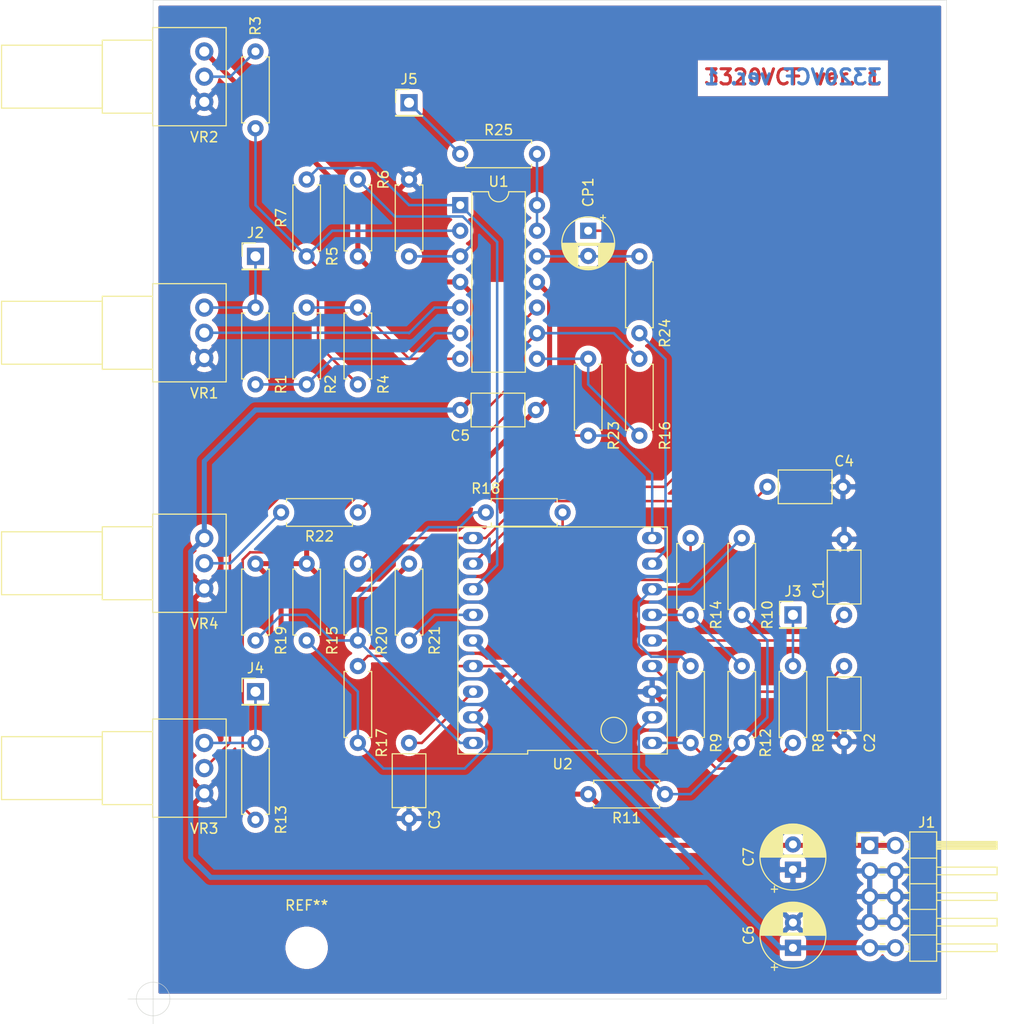
<source format=kicad_pcb>
(kicad_pcb (version 20171130) (host pcbnew "(5.1.8-0-10_14)")
  (layers (0 F.Cu signal) (31 B.Cu signal) (34 B.Paste user hide) (35 F.Paste user hide) (36 B.SilkS user hide) (37 F.SilkS user) (38 B.Mask user hide) (39 F.Mask user hide) (44 Edge.Cuts user))
  (net 0 "")
  (net 1 +12V)
  (net 2 -12V)
  (net 3 GND)
  (net 4 "Net-(C1-Pad1)")
  (net 5 "Net-(C2-Pad1)")
  (net 6 "Net-(C3-Pad1)")
  (net 7 "Net-(C4-Pad1)")
  (net 8 "Net-(CP1-Pad1)")
  (net 9 "Net-(CP1-Pad2)")
  (net 10 "Net-(J2-Pad1)")
  (net 11 "Net-(J3-Pad1)")
  (net 12 "Net-(J4-Pad1)")
  (net 13 "Net-(J5-Pad1)")
  (net 14 "Net-(R1-Pad1)")
  (net 15 "Net-(R2-Pad1)")
  (net 16 "Net-(R3-Pad1)")
  (net 17 "Net-(R3-Pad2)")
  (net 18 "Net-(R5-Pad1)")
  (net 19 "Net-(R7-Pad1)")
  (net 20 "Net-(R8-Pad1)")
  (net 21 "Net-(R10-Pad2)")
  (net 22 "Net-(R10-Pad1)")
  (net 23 "Net-(R12-Pad1)")
  (net 24 "Net-(R13-Pad1)")
  (net 25 "Net-(R14-Pad1)")
  (net 26 "Net-(R16-Pad1)")
  (net 27 "Net-(R17-Pad1)")
  (net 28 "Net-(R18-Pad1)")
  (net 29 "Net-(R21-Pad1)")
  (net 30 "Net-(R22-Pad1)")
  (net 31 "Net-(R22-Pad2)")
  (net 32 "Net-(R24-Pad2)")
  (net 33 "Net-(R25-Pad2)")
  (net 34 "Net-(U1-Pad5)")
  (net 35 "Net-(U1-Pad10)")
  (module MountingHole:MountingHole_3.2mm_M3 (layer F.Cu) (at 104.14 134.62)
    (fp_text reference REF** (at 0 -4.2) (layer F.SilkS))
    (fp_text value MountingHole_3.2mm_M3)
    (pad 1 np_thru_hole circle (at 0 0) (size 3.2 3.2) (drill 3.2) (layers *.Cu *.Mask))
  )
  (module Capacitor_THT:C_Axial_L5.1mm_D3.1mm_P7.50mm_Horizontal (layer F.Cu) (at 119.38 81.28)
    (fp_text reference C5 (at 0 2.54) (layer F.SilkS))
    (fp_text value 0.1uF)
    (pad 1 thru_hole circle (at 0 0) (size 1.6 1.6) (drill 0.8) (layers *.Cu *.Mask) (net 1 +12V))
    (pad 2 thru_hole oval (at 7.5 0) (size 1.6 1.6) (drill 0.8) (layers *.Cu *.Mask) (net 2 -12V))
  )
  (module Resistor_THT:R_Axial_DIN0207_L6.3mm_D2.5mm_P7.62mm_Horizontal (layer F.Cu) (at 104.14 58.42 270)
    (fp_text reference R7 (at 3.81 2.54 90) (layer F.SilkS))
    (fp_text value 1.5k)
    (pad 1 thru_hole circle (at 0 0 270) (size 1.6 1.6) (drill 0.8) (layers *.Cu *.Mask) (net 19 "Net-(R7-Pad1)"))
    (pad 2 thru_hole oval (at 7.62 0 270) (size 1.6 1.6) (drill 0.8) (layers *.Cu *.Mask) (net 16 "Net-(R3-Pad1)"))
  )
  (module Resistor_THT:R_Axial_DIN0207_L6.3mm_D2.5mm_P7.62mm_Horizontal (layer F.Cu) (at 114.3 104.14 90)
    (fp_text reference R21 (at 0 2.54 90) (layer F.SilkS))
    (fp_text value 1.5k)
    (pad 1 thru_hole circle (at 0 0 90) (size 1.6 1.6) (drill 0.8) (layers *.Cu *.Mask) (net 29 "Net-(R21-Pad1)"))
    (pad 2 thru_hole oval (at 7.62 0 90) (size 1.6 1.6) (drill 0.8) (layers *.Cu *.Mask) (net 2 -12V))
  )
  (module Resistor_THT:R_Axial_DIN0207_L6.3mm_D2.5mm_P7.62mm_Horizontal (layer F.Cu) (at 99.06 78.74 90)
    (fp_text reference R1 (at 0 2.54 90) (layer F.SilkS))
    (fp_text value 100k)
    (pad 2 thru_hole oval (at 7.62 0 90) (size 1.6 1.6) (drill 0.8) (layers *.Cu *.Mask) (net 10 "Net-(J2-Pad1)"))
    (pad 1 thru_hole circle (at 0 0 90) (size 1.6 1.6) (drill 0.8) (layers *.Cu *.Mask) (net 14 "Net-(R1-Pad1)"))
  )
  (module Resistor_THT:R_Axial_DIN0207_L6.3mm_D2.5mm_P7.62mm_Horizontal (layer F.Cu) (at 104.14 71.12 270)
    (fp_text reference R2 (at 7.62 -2.37 90) (layer F.SilkS))
    (fp_text value 100k)
    (pad 1 thru_hole circle (at 0 0 270) (size 1.6 1.6) (drill 0.8) (layers *.Cu *.Mask) (net 15 "Net-(R2-Pad1)"))
    (pad 2 thru_hole oval (at 7.62 0 270) (size 1.6 1.6) (drill 0.8) (layers *.Cu *.Mask) (net 14 "Net-(R1-Pad1)"))
  )
  (module Resistor_THT:R_Axial_DIN0207_L6.3mm_D2.5mm_P7.62mm_Horizontal (layer F.Cu) (at 99.06 53.34 90)
    (fp_text reference R3 (at 10.16 0 90) (layer F.SilkS))
    (fp_text value " 100k")
    (pad 1 thru_hole circle (at 0 0 90) (size 1.6 1.6) (drill 0.8) (layers *.Cu *.Mask) (net 16 "Net-(R3-Pad1)"))
    (pad 2 thru_hole oval (at 7.62 0 90) (size 1.6 1.6) (drill 0.8) (layers *.Cu *.Mask) (net 17 "Net-(R3-Pad2)"))
  )
  (module Resistor_THT:R_Axial_DIN0207_L6.3mm_D2.5mm_P7.62mm_Horizontal (layer F.Cu) (at 109.22 78.74 90)
    (fp_text reference R4 (at 0 2.54 90) (layer F.SilkS))
    (fp_text value 100k)
    (pad 2 thru_hole oval (at 7.62 0 90) (size 1.6 1.6) (drill 0.8) (layers *.Cu *.Mask) (net 15 "Net-(R2-Pad1)"))
    (pad 1 thru_hole circle (at 0 0 90) (size 1.6 1.6) (drill 0.8) (layers *.Cu *.Mask) (net 16 "Net-(R3-Pad1)"))
  )
  (module Resistor_THT:R_Axial_DIN0207_L6.3mm_D2.5mm_P7.62mm_Horizontal (layer F.Cu) (at 109.22 58.42 270)
    (fp_text reference R5 (at 7.62 2.54 90) (layer F.SilkS))
    (fp_text value 100k)
    (pad 1 thru_hole circle (at 0 0 270) (size 1.6 1.6) (drill 0.8) (layers *.Cu *.Mask) (net 18 "Net-(R5-Pad1)"))
    (pad 2 thru_hole oval (at 7.62 0 270) (size 1.6 1.6) (drill 0.8) (layers *.Cu *.Mask) (net 1 +12V))
  )
  (module Resistor_THT:R_Axial_DIN0207_L6.3mm_D2.5mm_P7.62mm_Horizontal (layer F.Cu) (at 142.24 106.68 270)
    (fp_text reference R9 (at 7.62 -2.54 90) (layer F.SilkS))
    (fp_text value 100k)
    (pad 1 thru_hole circle (at 0 0 270) (size 1.6 1.6) (drill 0.8) (layers *.Cu *.Mask) (net 21 "Net-(R10-Pad2)"))
    (pad 2 thru_hole oval (at 7.62 0 270) (size 1.6 1.6) (drill 0.8) (layers *.Cu *.Mask) (net 20 "Net-(R8-Pad1)"))
  )
  (module Resistor_THT:R_Axial_DIN0207_L6.3mm_D2.5mm_P7.62mm_Horizontal (layer F.Cu) (at 147.32 106.68 270)
    (fp_text reference R12 (at 7.62 -2.37 90) (layer F.SilkS))
    (fp_text value 100k)
    (pad 2 thru_hole oval (at 7.62 0 270) (size 1.6 1.6) (drill 0.8) (layers *.Cu *.Mask) (net 22 "Net-(R10-Pad1)"))
    (pad 1 thru_hole circle (at 0 0 270) (size 1.6 1.6) (drill 0.8) (layers *.Cu *.Mask) (net 23 "Net-(R12-Pad1)"))
  )
  (module Resistor_THT:R_Axial_DIN0207_L6.3mm_D2.5mm_P7.62mm_Horizontal (layer F.Cu) (at 99.06 121.92 90)
    (fp_text reference R13 (at 0 2.54 90) (layer F.SilkS))
    (fp_text value 100k)
    (pad 1 thru_hole circle (at 0 0 90) (size 1.6 1.6) (drill 0.8) (layers *.Cu *.Mask) (net 24 "Net-(R13-Pad1)"))
    (pad 2 thru_hole oval (at 7.62 0 90) (size 1.6 1.6) (drill 0.8) (layers *.Cu *.Mask) (net 12 "Net-(J4-Pad1)"))
  )
  (module Resistor_THT:R_Axial_DIN0207_L6.3mm_D2.5mm_P7.62mm_Horizontal (layer F.Cu) (at 137.16 83.82 90)
    (fp_text reference R16 (at 0 2.54 90) (layer F.SilkS))
    (fp_text value 100k)
    (pad 2 thru_hole oval (at 7.62 0 90) (size 1.6 1.6) (drill 0.8) (layers *.Cu *.Mask) (net 24 "Net-(R13-Pad1)"))
    (pad 1 thru_hole circle (at 0 0 90) (size 1.6 1.6) (drill 0.8) (layers *.Cu *.Mask) (net 26 "Net-(R16-Pad1)"))
  )
  (module Resistor_THT:R_Axial_DIN0207_L6.3mm_D2.5mm_P7.62mm_Horizontal (layer F.Cu) (at 109.22 106.68 270)
    (fp_text reference R17 (at 7.62 -2.37 90) (layer F.SilkS))
    (fp_text value 100k)
    (pad 1 thru_hole circle (at 0 0 270) (size 1.6 1.6) (drill 0.8) (layers *.Cu *.Mask) (net 27 "Net-(R17-Pad1)"))
    (pad 2 thru_hole oval (at 7.62 0 270) (size 1.6 1.6) (drill 0.8) (layers *.Cu *.Mask) (net 25 "Net-(R14-Pad1)"))
  )
  (module Resistor_THT:R_Axial_DIN0207_L6.3mm_D2.5mm_P7.62mm_Horizontal (layer F.Cu) (at 109.22 96.52 270)
    (fp_text reference R20 (at 7.62 -2.37 90) (layer F.SilkS))
    (fp_text value 100k)
    (pad 1 thru_hole circle (at 0 0 270) (size 1.6 1.6) (drill 0.8) (layers *.Cu *.Mask) (net 8 "Net-(CP1-Pad1)"))
    (pad 2 thru_hole oval (at 7.62 0 270) (size 1.6 1.6) (drill 0.8) (layers *.Cu *.Mask) (net 28 "Net-(R18-Pad1)"))
  )
  (module Resistor_THT:R_Axial_DIN0207_L6.3mm_D2.5mm_P7.62mm_Horizontal (layer F.Cu) (at 109.22 91.44 180)
    (fp_text reference R22 (at 3.81 -2.37) (layer F.SilkS))
    (fp_text value 100k)
    (pad 1 thru_hole circle (at 0 0 180) (size 1.6 1.6) (drill 0.8) (layers *.Cu *.Mask) (net 30 "Net-(R22-Pad1)"))
    (pad 2 thru_hole oval (at 7.62 0 180) (size 1.6 1.6) (drill 0.8) (layers *.Cu *.Mask) (net 31 "Net-(R22-Pad2)"))
  )
  (module Resistor_THT:R_Axial_DIN0207_L6.3mm_D2.5mm_P7.62mm_Horizontal (layer F.Cu) (at 132.08 83.82 90)
    (fp_text reference R23 (at 0 2.54 90) (layer F.SilkS))
    (fp_text value 100k)
    (pad 2 thru_hole oval (at 7.62 0 90) (size 1.6 1.6) (drill 0.8) (layers *.Cu *.Mask) (net 26 "Net-(R16-Pad1)"))
    (pad 1 thru_hole circle (at 0 0 90) (size 1.6 1.6) (drill 0.8) (layers *.Cu *.Mask) (net 30 "Net-(R22-Pad1)"))
  )
  (module Resistor_THT:R_Axial_DIN0207_L6.3mm_D2.5mm_P7.62mm_Horizontal (layer F.Cu) (at 114.3 58.42 270)
    (fp_text reference R6 (at 0 2.54 90) (layer F.SilkS))
    (fp_text value 1k)
    (pad 2 thru_hole oval (at 7.62 0 270) (size 1.6 1.6) (drill 0.8) (layers *.Cu *.Mask) (net 18 "Net-(R5-Pad1)"))
    (pad 1 thru_hole circle (at 0 0 270) (size 1.6 1.6) (drill 0.8) (layers *.Cu *.Mask) (net 3 GND))
  )
  (module Resistor_THT:R_Axial_DIN0207_L6.3mm_D2.5mm_P7.62mm_Horizontal (layer F.Cu) (at 119.38 55.88)
    (fp_text reference R25 (at 3.81 -2.37) (layer F.SilkS))
    (fp_text value 1k)
    (pad 1 thru_hole circle (at 0 0) (size 1.6 1.6) (drill 0.8) (layers *.Cu *.Mask) (net 13 "Net-(J5-Pad1)"))
    (pad 2 thru_hole oval (at 7.62 0) (size 1.6 1.6) (drill 0.8) (layers *.Cu *.Mask) (net 33 "Net-(R25-Pad2)"))
  )
  (module Capacitor_THT:CP_Radial_D5.0mm_P2.50mm (layer F.Cu) (at 132.08 63.5 270)
    (fp_text reference CP1 (at -3.81 0 90) (layer F.SilkS))
    (fp_text value 1uF)
    (pad 1 thru_hole rect (at 0 0 270) (size 1.6 1.6) (drill 0.8) (layers *.Cu *.Mask) (net 8 "Net-(CP1-Pad1)"))
    (pad 2 thru_hole circle (at 2.5 0 270) (size 1.6 1.6) (drill 0.8) (layers *.Cu *.Mask) (net 9 "Net-(CP1-Pad2)"))
  )
  (module Resistor_THT:R_Axial_DIN0207_L6.3mm_D2.5mm_P7.62mm_Horizontal (layer F.Cu) (at 139.7 119.38 180)
    (fp_text reference R11 (at 3.81 -2.37) (layer F.SilkS))
    (fp_text value 220k)
    (pad 2 thru_hole oval (at 7.62 0 180) (size 1.6 1.6) (drill 0.8) (layers *.Cu *.Mask) (net 2 -12V))
    (pad 1 thru_hole circle (at 0 0 180) (size 1.6 1.6) (drill 0.8) (layers *.Cu *.Mask) (net 22 "Net-(R10-Pad1)"))
  )
  (module Resistor_THT:R_Axial_DIN0207_L6.3mm_D2.5mm_P7.62mm_Horizontal (layer F.Cu) (at 104.14 104.14 90)
    (fp_text reference R15 (at 0 2.54 90) (layer F.SilkS))
    (fp_text value 220k)
    (pad 1 thru_hole circle (at 0 0 90) (size 1.6 1.6) (drill 0.8) (layers *.Cu *.Mask) (net 25 "Net-(R14-Pad1)"))
    (pad 2 thru_hole oval (at 7.62 0 90) (size 1.6 1.6) (drill 0.8) (layers *.Cu *.Mask) (net 2 -12V))
  )
  (module Resistor_THT:R_Axial_DIN0207_L6.3mm_D2.5mm_P7.62mm_Horizontal (layer F.Cu) (at 99.06 104.14 90)
    (fp_text reference R19 (at 0 2.54 90) (layer F.SilkS))
    (fp_text value 220k)
    (pad 2 thru_hole oval (at 7.62 0 90) (size 1.6 1.6) (drill 0.8) (layers *.Cu *.Mask) (net 2 -12V))
    (pad 1 thru_hole circle (at 0 0 90) (size 1.6 1.6) (drill 0.8) (layers *.Cu *.Mask) (net 28 "Net-(R18-Pad1)"))
  )
  (module Capacitor_THT:C_Axial_L5.1mm_D3.1mm_P7.50mm_Horizontal (layer F.Cu) (at 157.48 101.6 90)
    (fp_text reference C1 (at 2.54 -2.54 90) (layer F.SilkS))
    (fp_text value 300pF)
    (pad 2 thru_hole oval (at 7.5 0 90) (size 1.6 1.6) (drill 0.8) (layers *.Cu *.Mask) (net 3 GND))
    (pad 1 thru_hole circle (at 0 0 90) (size 1.6 1.6) (drill 0.8) (layers *.Cu *.Mask) (net 4 "Net-(C1-Pad1)"))
  )
  (module Capacitor_THT:C_Axial_L5.1mm_D3.1mm_P7.50mm_Horizontal (layer F.Cu) (at 157.48 106.68 270)
    (fp_text reference C2 (at 7.62 -2.54 90) (layer F.SilkS))
    (fp_text value 300pF)
    (pad 1 thru_hole circle (at 0 0 270) (size 1.6 1.6) (drill 0.8) (layers *.Cu *.Mask) (net 5 "Net-(C2-Pad1)"))
    (pad 2 thru_hole oval (at 7.5 0 270) (size 1.6 1.6) (drill 0.8) (layers *.Cu *.Mask) (net 3 GND))
  )
  (module Capacitor_THT:C_Axial_L5.1mm_D3.1mm_P7.50mm_Horizontal (layer F.Cu) (at 114.3 114.3 270)
    (fp_text reference C3 (at 7.62 -2.54 90) (layer F.SilkS))
    (fp_text value 300pF)
    (pad 2 thru_hole oval (at 7.5 0 270) (size 1.6 1.6) (drill 0.8) (layers *.Cu *.Mask) (net 3 GND))
    (pad 1 thru_hole circle (at 0 0 270) (size 1.6 1.6) (drill 0.8) (layers *.Cu *.Mask) (net 6 "Net-(C3-Pad1)"))
  )
  (module Capacitor_THT:C_Axial_L5.1mm_D3.1mm_P7.50mm_Horizontal (layer F.Cu) (at 149.86 88.9)
    (fp_text reference C4 (at 7.62 -2.54) (layer F.SilkS))
    (fp_text value 300pF)
    (pad 1 thru_hole circle (at 0 0) (size 1.6 1.6) (drill 0.8) (layers *.Cu *.Mask) (net 7 "Net-(C4-Pad1)"))
    (pad 2 thru_hole oval (at 7.5 0) (size 1.6 1.6) (drill 0.8) (layers *.Cu *.Mask) (net 3 GND))
  )
  (module Resistor_THT:R_Axial_DIN0207_L6.3mm_D2.5mm_P7.62mm_Horizontal (layer F.Cu) (at 137.16 66.04 270)
    (fp_text reference R24 (at 7.62 -2.54 90) (layer F.SilkS))
    (fp_text value 51k)
    (pad 2 thru_hole oval (at 7.62 0 270) (size 1.6 1.6) (drill 0.8) (layers *.Cu *.Mask) (net 32 "Net-(R24-Pad2)"))
    (pad 1 thru_hole circle (at 0 0 270) (size 1.6 1.6) (drill 0.8) (layers *.Cu *.Mask) (net 9 "Net-(CP1-Pad2)"))
  )
  (module Resistor_THT:R_Axial_DIN0207_L6.3mm_D2.5mm_P7.62mm_Horizontal (layer F.Cu) (at 152.4 114.3 90)
    (fp_text reference R8 (at 0 2.54 90) (layer F.SilkS))
    (fp_text value 91k)
    (pad 2 thru_hole oval (at 7.62 0 90) (size 1.6 1.6) (drill 0.8) (layers *.Cu *.Mask) (net 11 "Net-(J3-Pad1)"))
    (pad 1 thru_hole circle (at 0 0 90) (size 1.6 1.6) (drill 0.8) (layers *.Cu *.Mask) (net 20 "Net-(R8-Pad1)"))
  )
  (module Resistor_THT:R_Axial_DIN0207_L6.3mm_D2.5mm_P7.62mm_Horizontal (layer F.Cu) (at 147.32 101.6 90)
    (fp_text reference R10 (at 0 2.54 90) (layer F.SilkS))
    (fp_text value 91k)
    (pad 1 thru_hole circle (at 0 0 90) (size 1.6 1.6) (drill 0.8) (layers *.Cu *.Mask) (net 22 "Net-(R10-Pad1)"))
    (pad 2 thru_hole oval (at 7.62 0 90) (size 1.6 1.6) (drill 0.8) (layers *.Cu *.Mask) (net 21 "Net-(R10-Pad2)"))
  )
  (module Resistor_THT:R_Axial_DIN0207_L6.3mm_D2.5mm_P7.62mm_Horizontal (layer F.Cu) (at 142.24 93.98 270)
    (fp_text reference R14 (at 7.62 -2.54 90) (layer F.SilkS))
    (fp_text value 91k)
    (pad 2 thru_hole oval (at 7.62 0 270) (size 1.6 1.6) (drill 0.8) (layers *.Cu *.Mask) (net 23 "Net-(R12-Pad1)"))
    (pad 1 thru_hole circle (at 0 0 270) (size 1.6 1.6) (drill 0.8) (layers *.Cu *.Mask) (net 25 "Net-(R14-Pad1)"))
  )
  (module Resistor_THT:R_Axial_DIN0207_L6.3mm_D2.5mm_P7.62mm_Horizontal (layer F.Cu) (at 121.92 91.44)
    (fp_text reference R18 (at 0 -2.37) (layer F.SilkS))
    (fp_text value 91k)
    (pad 2 thru_hole oval (at 7.62 0) (size 1.6 1.6) (drill 0.8) (layers *.Cu *.Mask) (net 27 "Net-(R17-Pad1)"))
    (pad 1 thru_hole circle (at 0 0) (size 1.6 1.6) (drill 0.8) (layers *.Cu *.Mask) (net 28 "Net-(R18-Pad1)"))
  )
  (module Connector_PinHeader_2.54mm:PinHeader_2x05_P2.54mm_Horizontal (layer F.Cu) (at 160.02 124.46)
    (fp_text reference J1 (at 5.655 -2.27) (layer F.SilkS))
    (fp_text value Conn_02x05_Odd_Even)
    (pad 1 thru_hole rect (at 0 0) (size 1.7 1.7) (drill 1) (layers *.Cu *.Mask) (net 2 -12V))
    (pad 2 thru_hole oval (at 2.54 0) (size 1.7 1.7) (drill 1) (layers *.Cu *.Mask) (net 2 -12V))
    (pad 3 thru_hole oval (at 0 2.54) (size 1.7 1.7) (drill 1) (layers *.Cu *.Mask) (net 3 GND))
    (pad 4 thru_hole oval (at 2.54 2.54) (size 1.7 1.7) (drill 1) (layers *.Cu *.Mask) (net 3 GND))
    (pad 5 thru_hole oval (at 0 5.08) (size 1.7 1.7) (drill 1) (layers *.Cu *.Mask) (net 3 GND))
    (pad 6 thru_hole oval (at 2.54 5.08) (size 1.7 1.7) (drill 1) (layers *.Cu *.Mask) (net 3 GND))
    (pad 7 thru_hole oval (at 0 7.62) (size 1.7 1.7) (drill 1) (layers *.Cu *.Mask) (net 3 GND))
    (pad 8 thru_hole oval (at 2.54 7.62) (size 1.7 1.7) (drill 1) (layers *.Cu *.Mask) (net 3 GND))
    (pad 9 thru_hole oval (at 0 10.16) (size 1.7 1.7) (drill 1) (layers *.Cu *.Mask) (net 1 +12V))
    (pad 10 thru_hole oval (at 2.54 10.16) (size 1.7 1.7) (drill 1) (layers *.Cu *.Mask) (net 1 +12V))
  )
  (module Connector_PinHeader_2.54mm:PinHeader_1x01_P2.54mm_Vertical (layer F.Cu) (at 99.06 66.04)
    (fp_text reference J2 (at 0 -2.33) (layer F.SilkS))
    (fp_text value F_CV)
    (pad 1 thru_hole rect (at 0 0) (size 1.7 1.7) (drill 1) (layers *.Cu *.Mask) (net 10 "Net-(J2-Pad1)"))
  )
  (module Connector_PinHeader_2.54mm:PinHeader_1x01_P2.54mm_Vertical (layer F.Cu) (at 152.4 101.6)
    (fp_text reference J3 (at 0 -2.33) (layer F.SilkS))
    (fp_text value Audio_in)
    (pad 1 thru_hole rect (at 0 0) (size 1.7 1.7) (drill 1) (layers *.Cu *.Mask) (net 11 "Net-(J3-Pad1)"))
  )
  (module Connector_PinHeader_2.54mm:PinHeader_1x01_P2.54mm_Vertical (layer F.Cu) (at 99.06 109.22)
    (fp_text reference J4 (at 0 -2.33) (layer F.SilkS))
    (fp_text value Q_CV)
    (pad 1 thru_hole rect (at 0 0) (size 1.7 1.7) (drill 1) (layers *.Cu *.Mask) (net 12 "Net-(J4-Pad1)"))
  )
  (module Connector_PinHeader_2.54mm:PinHeader_1x01_P2.54mm_Vertical (layer F.Cu) (at 114.3 50.8)
    (fp_text reference J5 (at 0 -2.33) (layer F.SilkS))
    (fp_text value Audio_out)
    (pad 1 thru_hole rect (at 0 0) (size 1.7 1.7) (drill 1) (layers *.Cu *.Mask) (net 13 "Net-(J5-Pad1)"))
  )
  (module Package_DIP:DIP-14_W7.62mm (layer F.Cu) (at 119.38 60.96)
    (fp_text reference U1 (at 3.81 -2.33) (layer F.SilkS))
    (fp_text value TL074)
    (pad 1 thru_hole rect (at 0 0) (size 1.6 1.6) (drill 0.8) (layers *.Cu *.Mask) (net 19 "Net-(R7-Pad1)"))
    (pad 8 thru_hole oval (at 7.62 15.24) (size 1.6 1.6) (drill 0.8) (layers *.Cu *.Mask) (net 26 "Net-(R16-Pad1)"))
    (pad 2 thru_hole oval (at 0 2.54) (size 1.6 1.6) (drill 0.8) (layers *.Cu *.Mask) (net 16 "Net-(R3-Pad1)"))
    (pad 9 thru_hole oval (at 7.62 12.7) (size 1.6 1.6) (drill 0.8) (layers *.Cu *.Mask) (net 24 "Net-(R13-Pad1)"))
    (pad 3 thru_hole oval (at 0 5.08) (size 1.6 1.6) (drill 0.8) (layers *.Cu *.Mask) (net 18 "Net-(R5-Pad1)"))
    (pad 10 thru_hole oval (at 7.62 10.16) (size 1.6 1.6) (drill 0.8) (layers *.Cu *.Mask) (net 35 "Net-(U1-Pad10)"))
    (pad 4 thru_hole oval (at 0 7.62) (size 1.6 1.6) (drill 0.8) (layers *.Cu *.Mask) (net 1 +12V))
    (pad 11 thru_hole oval (at 7.62 7.62) (size 1.6 1.6) (drill 0.8) (layers *.Cu *.Mask) (net 2 -12V))
    (pad 5 thru_hole oval (at 0 10.16) (size 1.6 1.6) (drill 0.8) (layers *.Cu *.Mask) (net 34 "Net-(U1-Pad5)"))
    (pad 12 thru_hole oval (at 7.62 5.08) (size 1.6 1.6) (drill 0.8) (layers *.Cu *.Mask) (net 9 "Net-(CP1-Pad2)"))
    (pad 6 thru_hole oval (at 0 12.7) (size 1.6 1.6) (drill 0.8) (layers *.Cu *.Mask) (net 14 "Net-(R1-Pad1)"))
    (pad 13 thru_hole oval (at 7.62 2.54) (size 1.6 1.6) (drill 0.8) (layers *.Cu *.Mask) (net 33 "Net-(R25-Pad2)"))
    (pad 7 thru_hole oval (at 0 15.24) (size 1.6 1.6) (drill 0.8) (layers *.Cu *.Mask) (net 15 "Net-(R2-Pad1)"))
    (pad 14 thru_hole oval (at 7.62 0) (size 1.6 1.6) (drill 0.8) (layers *.Cu *.Mask) (net 33 "Net-(R25-Pad2)"))
  )
  (module 3320VCF:DIP-18_700_ELL (layer F.Cu) (at 129.54 104.14 90)
    (fp_text reference U2 (at -12.26 0) (layer F.SilkS))
    (fp_text value v3320)
    (pad 18 thru_hole oval (at -10.16 -8.89 90) (size 1.2 2) (drill 0.8) (layers *.Cu *.Mask) (net 28 "Net-(R18-Pad1)"))
    (pad 1 thru_hole oval (at -10.16 8.89 90) (size 1.2 2) (drill 0.8) (layers *.Cu *.Mask) (net 20 "Net-(R8-Pad1)"))
    (pad 17 thru_hole oval (at -7.62 -8.89 90) (size 1.2 2) (drill 0.8) (layers *.Cu *.Mask) (net 25 "Net-(R14-Pad1)"))
    (pad 2 thru_hole oval (at -7.62 8.89 90) (size 1.2 2) (drill 0.8) (layers *.Cu *.Mask) (net 22 "Net-(R10-Pad1)"))
    (pad 16 thru_hole oval (at -5.08 -8.89 90) (size 1.2 2) (drill 0.8) (layers *.Cu *.Mask) (net 6 "Net-(C3-Pad1)"))
    (pad 3 thru_hole oval (at -5.08 8.89 90) (size 1.2 2) (drill 0.8) (layers *.Cu *.Mask) (net 3 GND))
    (pad 15 thru_hole oval (at -2.54 -8.89 90) (size 1.2 2) (drill 0.8) (layers *.Cu *.Mask) (net 27 "Net-(R17-Pad1)"))
    (pad 4 thru_hole oval (at -2.54 8.89 90) (size 1.2 2) (drill 0.8) (layers *.Cu *.Mask) (net 5 "Net-(C2-Pad1)"))
    (pad 14 thru_hole oval (at 0 -8.89 90) (size 1.2 2) (drill 0.8) (layers *.Cu *.Mask) (net 1 +12V))
    (pad 5 thru_hole oval (at 0 8.89 90) (size 1.2 2) (drill 0.8) (layers *.Cu *.Mask) (net 4 "Net-(C1-Pad1)"))
    (pad 13 thru_hole oval (at 2.54 -8.89 90) (size 1.2 2) (drill 0.8) (layers *.Cu *.Mask) (net 29 "Net-(R21-Pad1)"))
    (pad 6 thru_hole oval (at 2.54 8.89 90) (size 1.2 2) (drill 0.8) (layers *.Cu *.Mask) (net 23 "Net-(R12-Pad1)"))
    (pad 12 thru_hole oval (at 5.08 -8.89 90) (size 1.2 2) (drill 0.8) (layers *.Cu *.Mask) (net 19 "Net-(R7-Pad1)"))
    (pad 7 thru_hole oval (at 5.08 8.89 90) (size 1.2 2) (drill 0.8) (layers *.Cu *.Mask) (net 21 "Net-(R10-Pad2)"))
    (pad 11 thru_hole oval (at 7.62 -8.89 90) (size 1.2 2) (drill 0.8) (layers *.Cu *.Mask) (net 7 "Net-(C4-Pad1)"))
    (pad 8 thru_hole oval (at 7.62 8.89 90) (size 1.2 2) (drill 0.8) (layers *.Cu *.Mask) (net 32 "Net-(R24-Pad2)"))
    (pad 10 thru_hole oval (at 10.16 -8.89 90) (size 1.2 2) (drill 0.8) (layers *.Cu *.Mask) (net 8 "Net-(CP1-Pad1)"))
    (pad 9 thru_hole oval (at 10.16 8.89 90) (size 1.2 2) (drill 0.8) (layers *.Cu *.Mask) (net 30 "Net-(R22-Pad1)"))
  )
  (module Potentiometer_THT:Potentiometer_Alps_RK097_Single_Horizontal (layer F.Cu) (at 93.98 71.12 180)
    (fp_text reference VR1 (at 0 -8.5) (layer F.SilkS))
    (fp_text value B100k)
    (pad 1 thru_hole circle (at 0 0 180) (size 1.8 1.8) (drill 1) (layers *.Cu *.Mask) (net 10 "Net-(J2-Pad1)"))
    (pad 2 thru_hole circle (at 0 -2.5 180) (size 1.8 1.8) (drill 1) (layers *.Cu *.Mask) (net 34 "Net-(U1-Pad5)"))
    (pad 3 thru_hole circle (at 0 -5 180) (size 1.8 1.8) (drill 1) (layers *.Cu *.Mask) (net 3 GND))
  )
  (module Potentiometer_THT:Potentiometer_Alps_RK097_Single_Horizontal (layer F.Cu) (at 93.98 45.72 180)
    (fp_text reference VR2 (at 0 -8.5) (layer F.SilkS))
    (fp_text value B10k)
    (pad 3 thru_hole circle (at 0 -5 180) (size 1.8 1.8) (drill 1) (layers *.Cu *.Mask) (net 3 GND))
    (pad 2 thru_hole circle (at 0 -2.5 180) (size 1.8 1.8) (drill 1) (layers *.Cu *.Mask) (net 17 "Net-(R3-Pad2)"))
    (pad 1 thru_hole circle (at 0 0 180) (size 1.8 1.8) (drill 1) (layers *.Cu *.Mask) (net 1 +12V))
  )
  (module Potentiometer_THT:Potentiometer_Alps_RK097_Single_Horizontal (layer F.Cu) (at 93.98 114.3 180)
    (fp_text reference VR3 (at 0 -8.5) (layer F.SilkS))
    (fp_text value B100k)
    (pad 3 thru_hole circle (at 0 -5 180) (size 1.8 1.8) (drill 1) (layers *.Cu *.Mask) (net 3 GND))
    (pad 2 thru_hole circle (at 0 -2.5 180) (size 1.8 1.8) (drill 1) (layers *.Cu *.Mask) (net 35 "Net-(U1-Pad10)"))
    (pad 1 thru_hole circle (at 0 0 180) (size 1.8 1.8) (drill 1) (layers *.Cu *.Mask) (net 12 "Net-(J4-Pad1)"))
  )
  (module Potentiometer_THT:Potentiometer_Alps_RK097_Single_Horizontal (layer F.Cu) (at 93.98 93.98 180)
    (fp_text reference VR4 (at 0 -8.5) (layer F.SilkS))
    (fp_text value B100k)
    (pad 1 thru_hole circle (at 0 0 180) (size 1.8 1.8) (drill 1) (layers *.Cu *.Mask) (net 1 +12V))
    (pad 2 thru_hole circle (at 0 -2.5 180) (size 1.8 1.8) (drill 1) (layers *.Cu *.Mask) (net 31 "Net-(R22-Pad2)"))
    (pad 3 thru_hole circle (at 0 -5 180) (size 1.8 1.8) (drill 1) (layers *.Cu *.Mask) (net 3 GND))
  )
  (module Capacitor_THT:CP_Radial_D6.3mm_P2.50mm (layer F.Cu) (at 152.4 134.62 90)
    (fp_text reference C6 (at 1.25 -4.4 90) (layer F.SilkS))
    (fp_text value 100uF)
    (pad 1 thru_hole rect (at 0 0 90) (size 1.6 1.6) (drill 0.8) (layers *.Cu *.Mask) (net 1 +12V))
    (pad 2 thru_hole circle (at 2.5 0 90) (size 1.6 1.6) (drill 0.8) (layers *.Cu *.Mask) (net 3 GND))
  )
  (module Capacitor_THT:CP_Radial_D6.3mm_P2.50mm (layer F.Cu) (at 152.4 126.869758 90)
    (fp_text reference C7 (at 1.25 -4.4 90) (layer F.SilkS))
    (fp_text value 100uF)
    (pad 2 thru_hole circle (at 2.5 0 90) (size 1.6 1.6) (drill 0.8) (layers *.Cu *.Mask) (net 2 -12V))
    (pad 1 thru_hole rect (at 0 0 90) (size 1.6 1.6) (drill 0.8) (layers *.Cu *.Mask) (net 3 GND))
  )
  (gr_text "3320VCF ver. 1" (at 152.4 48.26) (layer B.Cu) (effects (font (size 1.5 1.5) (thickness 0.3)) (justify mirror)))
  (gr_text "3320VCF ver. 1" (at 152.4 48.26) (layer F.Cu) (effects (font (size 1.5 1.5) (thickness 0.3))))
  (gr_line (start 167.64 139.7) (end 88.9 139.7) (layer Edge.Cuts) (width 0.05))
  (gr_line (start 167.64 40.64) (end 88.9 40.64) (layer Edge.Cuts) (width 0.05))
  (target plus (at 88.9 139.7) (size 5) (width 0.05) (layer Edge.Cuts))
  (gr_line (start 88.9 40.64) (end 88.9 139.7) (layer Edge.Cuts) (width 0.05))
  (gr_line (start 167.64 139.7) (end 167.64 40.64) (layer Edge.Cuts) (width 0.05))
  (segment (start 109.22 60.96) (end 109.22 66.04) (width 0.5) (layer F.Cu) (net 1))
  (segment (start 93.98 86.36) (end 93.98 93.98) (width 0.5) (layer B.Cu) (net 1))
  (segment (start 93.98 45.72) (end 104.14 55.88) (width 0.5) (layer F.Cu) (net 1))
  (segment (start 104.14 55.88) (end 109.22 60.96) (width 0.5) (layer F.Cu) (net 1))
  (segment (start 151.13 134.62) (end 162.56 134.62) (width 0.5) (layer B.Cu) (net 1))
  (segment (start 111.76 68.58) (end 119.38 68.58) (width 0.5) (layer F.Cu) (net 1))
  (segment (start 109.22 66.04) (end 111.76 68.58) (width 0.5) (layer F.Cu) (net 1))
  (segment (start 94.615 127.635) (end 144.145 127.635) (width 0.5) (layer B.Cu) (net 1))
  (segment (start 120.65 104.14) (end 144.145 127.635) (width 0.5) (layer B.Cu) (net 1))
  (segment (start 144.145 127.635) (end 151.13 134.62) (width 0.5) (layer B.Cu) (net 1))
  (segment (start 119.38 81.28) (end 99.06 81.28) (width 0.5) (layer B.Cu) (net 1))
  (segment (start 99.06 81.28) (end 93.98 86.36) (width 0.5) (layer B.Cu) (net 1))
  (segment (start 120.630001 69.830001) (end 120.630001 80.029999) (width 0.5) (layer F.Cu) (net 1))
  (segment (start 120.630001 80.029999) (end 119.38 81.28) (width 0.5) (layer F.Cu) (net 1))
  (segment (start 119.38 68.58) (end 120.630001 69.830001) (width 0.5) (layer F.Cu) (net 1))
  (segment (start 92.629999 95.330001) (end 92.629999 125.649999) (width 0.5) (layer B.Cu) (net 1))
  (segment (start 93.98 93.98) (end 92.629999 95.330001) (width 0.5) (layer B.Cu) (net 1))
  (segment (start 92.629999 125.649999) (end 94.615 127.635) (width 0.5) (layer B.Cu) (net 1))
  (segment (start 128.250001 69.830001) (end 128.250001 80.029999) (width 0.5) (layer F.Cu) (net 2))
  (segment (start 127 68.58) (end 128.250001 69.830001) (width 0.5) (layer F.Cu) (net 2))
  (segment (start 128.250001 80.029999) (end 127 81.28) (width 0.5) (layer F.Cu) (net 2))
  (segment (start 127 81.28) (end 126.88 81.28) (width 0.5) (layer F.Cu) (net 2))
  (segment (start 99.06 96.52) (end 104.14 96.52) (width 0.5) (layer F.Cu) (net 2))
  (segment (start 104.14 96.52) (end 106.68 99.06) (width 0.5) (layer F.Cu) (net 2))
  (segment (start 106.68 99.06) (end 111.76 99.06) (width 0.5) (layer F.Cu) (net 2))
  (segment (start 111.76 99.06) (end 114.3 96.52) (width 0.5) (layer F.Cu) (net 2))
  (segment (start 99.06 96.52) (end 101.6 99.06) (width 0.5) (layer F.Cu) (net 2))
  (segment (start 101.6 99.06) (end 101.6 114.3) (width 0.5) (layer F.Cu) (net 2))
  (segment (start 101.6 114.3) (end 106.68 119.38) (width 0.5) (layer F.Cu) (net 2))
  (segment (start 106.68 119.38) (end 132.08 119.38) (width 0.5) (layer F.Cu) (net 2))
  (segment (start 137.16 124.46) (end 162.56 124.46) (width 0.5) (layer F.Cu) (net 2))
  (segment (start 132.08 119.38) (end 137.16 124.46) (width 0.5) (layer F.Cu) (net 2))
  (segment (start 126.88 81.28) (end 121.8 86.36) (width 0.5) (layer F.Cu) (net 2))
  (segment (start 104.14 94.669998) (end 104.14 96.52) (width 0.5) (layer F.Cu) (net 2))
  (segment (start 112.449998 86.36) (end 104.14 94.669998) (width 0.5) (layer F.Cu) (net 2))
  (segment (start 121.8 86.36) (end 112.449998 86.36) (width 0.5) (layer F.Cu) (net 2))
  (segment (start 157.48 114.3) (end 157.48 114.18) (width 0.5) (layer F.Cu) (net 3))
  (segment (start 138.43 109.22) (end 139.88001 110.67001) (width 0.5) (layer F.Cu) (net 3))
  (segment (start 153.97001 110.67001) (end 157.48 114.18) (width 0.5) (layer F.Cu) (net 3))
  (segment (start 139.88001 110.67001) (end 153.97001 110.67001) (width 0.5) (layer F.Cu) (net 3))
  (segment (start 154.94 104.14) (end 157.48 101.6) (width 0.25) (layer F.Cu) (net 4))
  (segment (start 138.43 104.14) (end 154.94 104.14) (width 0.25) (layer F.Cu) (net 4))
  (segment (start 157.48 106.68) (end 154.94 109.22) (width 0.25) (layer F.Cu) (net 5))
  (segment (start 140.97 109.22) (end 138.43 106.68) (width 0.25) (layer F.Cu) (net 5))
  (segment (start 154.94 109.22) (end 140.97 109.22) (width 0.25) (layer F.Cu) (net 5))
  (segment (start 115.57 114.3) (end 120.65 109.22) (width 0.25) (layer F.Cu) (net 6))
  (segment (start 114.3 114.3) (end 115.57 114.3) (width 0.25) (layer F.Cu) (net 6))
  (segment (start 126.855001 90.314999) (end 148.445001 90.314999) (width 0.25) (layer F.Cu) (net 7))
  (segment (start 148.445001 90.314999) (end 149.86 88.9) (width 0.25) (layer F.Cu) (net 7))
  (segment (start 120.65 96.52) (end 126.855001 90.314999) (width 0.25) (layer F.Cu) (net 7))
  (segment (start 111.76 93.98) (end 120.65 93.98) (width 0.25) (layer F.Cu) (net 8))
  (segment (start 109.22 96.52) (end 111.76 93.98) (width 0.25) (layer F.Cu) (net 8))
  (segment (start 121.9 93.98) (end 126.98 88.9) (width 0.25) (layer F.Cu) (net 8))
  (segment (start 120.65 93.98) (end 121.9 93.98) (width 0.25) (layer F.Cu) (net 8))
  (segment (start 126.98 88.9) (end 139.7 88.9) (width 0.25) (layer F.Cu) (net 8))
  (segment (start 139.7 88.9) (end 142.24 86.36) (width 0.25) (layer F.Cu) (net 8))
  (segment (start 142.24 86.36) (end 142.24 66.04) (width 0.25) (layer F.Cu) (net 8))
  (segment (start 142.24 66.04) (end 139.7 63.5) (width 0.25) (layer F.Cu) (net 8))
  (segment (start 139.7 63.5) (end 132.08 63.5) (width 0.25) (layer F.Cu) (net 8))
  (segment (start 127 66.04) (end 132.08 66.04) (width 0.25) (layer B.Cu) (net 9))
  (segment (start 132.08 66.04) (end 137.16 66.04) (width 0.25) (layer B.Cu) (net 9))
  (segment (start 99.06 66.04) (end 99.06 71.12) (width 0.25) (layer B.Cu) (net 10))
  (segment (start 99.06 71.12) (end 93.98 71.12) (width 0.25) (layer B.Cu) (net 10))
  (segment (start 152.4 101.6) (end 152.4 106.68) (width 0.25) (layer B.Cu) (net 11))
  (segment (start 99.06 109.22) (end 99.06 114.3) (width 0.25) (layer B.Cu) (net 12))
  (segment (start 99.06 114.3) (end 93.98 114.3) (width 0.25) (layer B.Cu) (net 12))
  (segment (start 119.38 55.88) (end 114.3 50.8) (width 0.25) (layer B.Cu) (net 13))
  (segment (start 104.14 78.74) (end 99.06 78.74) (width 0.25) (layer B.Cu) (net 14))
  (segment (start 119.38 73.66) (end 116.84 73.66) (width 0.25) (layer B.Cu) (net 14))
  (segment (start 116.84 73.66) (end 114.3 76.2) (width 0.25) (layer B.Cu) (net 14))
  (segment (start 114.3 76.2) (end 106.68 76.2) (width 0.25) (layer B.Cu) (net 14))
  (segment (start 106.68 76.2) (end 104.14 78.74) (width 0.25) (layer B.Cu) (net 14))
  (segment (start 109.22 71.12) (end 104.14 71.12) (width 0.25) (layer B.Cu) (net 15))
  (segment (start 119.38 76.2) (end 114.3 76.2) (width 0.25) (layer F.Cu) (net 15))
  (segment (start 114.3 76.2) (end 109.22 71.12) (width 0.25) (layer F.Cu) (net 15))
  (segment (start 99.06 60.96) (end 104.14 66.04) (width 0.25) (layer B.Cu) (net 16))
  (segment (start 99.06 53.34) (end 99.06 60.96) (width 0.25) (layer B.Cu) (net 16))
  (segment (start 106.68 63.5) (end 119.38 63.5) (width 0.25) (layer B.Cu) (net 16))
  (segment (start 104.14 66.04) (end 106.68 63.5) (width 0.25) (layer B.Cu) (net 16))
  (segment (start 105.265001 67.165001) (end 105.265001 74.785001) (width 0.25) (layer F.Cu) (net 16))
  (segment (start 104.14 66.04) (end 105.265001 67.165001) (width 0.25) (layer F.Cu) (net 16))
  (segment (start 105.265001 74.785001) (end 109.22 78.74) (width 0.25) (layer F.Cu) (net 16))
  (segment (start 96.56 48.22) (end 99.06 45.72) (width 0.25) (layer B.Cu) (net 17))
  (segment (start 93.98 48.22) (end 96.56 48.22) (width 0.25) (layer B.Cu) (net 17))
  (segment (start 119.630003 62.085001) (end 120.505001 62.959999) (width 0.25) (layer B.Cu) (net 18))
  (segment (start 112.885001 62.085001) (end 119.630003 62.085001) (width 0.25) (layer B.Cu) (net 18))
  (segment (start 120.505001 62.959999) (end 120.505001 64.914999) (width 0.25) (layer B.Cu) (net 18))
  (segment (start 109.22 58.42) (end 112.885001 62.085001) (width 0.25) (layer B.Cu) (net 18))
  (segment (start 120.505001 64.914999) (end 119.38 66.04) (width 0.25) (layer B.Cu) (net 18))
  (segment (start 114.3 66.04) (end 119.38 66.04) (width 0.25) (layer B.Cu) (net 18))
  (segment (start 119.38 60.96) (end 114.3 60.96) (width 0.25) (layer B.Cu) (net 19))
  (segment (start 110.634999 57.294999) (end 105.265001 57.294999) (width 0.25) (layer B.Cu) (net 19))
  (segment (start 114.3 60.96) (end 110.634999 57.294999) (width 0.25) (layer B.Cu) (net 19))
  (segment (start 105.265001 57.294999) (end 104.14 58.42) (width 0.25) (layer B.Cu) (net 19))
  (segment (start 123.045001 64.625001) (end 119.38 60.96) (width 0.25) (layer B.Cu) (net 19))
  (segment (start 123.045001 96.664999) (end 123.045001 64.625001) (width 0.25) (layer B.Cu) (net 19))
  (segment (start 120.65 99.06) (end 123.045001 96.664999) (width 0.25) (layer B.Cu) (net 19))
  (segment (start 138.43 114.3) (end 142.24 114.3) (width 0.25) (layer B.Cu) (net 20))
  (segment (start 142.24 114.3) (end 144.78 116.84) (width 0.25) (layer F.Cu) (net 20))
  (segment (start 149.86 116.84) (end 152.4 114.3) (width 0.25) (layer F.Cu) (net 20))
  (segment (start 144.78 116.84) (end 149.86 116.84) (width 0.25) (layer F.Cu) (net 20))
  (segment (start 138.43 99.06) (end 142.24 99.06) (width 0.25) (layer B.Cu) (net 21))
  (segment (start 142.24 99.06) (end 147.32 93.98) (width 0.25) (layer B.Cu) (net 21))
  (segment (start 138.43 99.06) (end 137.10499 100.38501) (width 0.25) (layer B.Cu) (net 21))
  (segment (start 138.336829 105.75499) (end 141.31499 105.75499) (width 0.25) (layer B.Cu) (net 21))
  (segment (start 141.31499 105.75499) (end 142.24 106.68) (width 0.25) (layer B.Cu) (net 21))
  (segment (start 137.10499 104.523151) (end 138.336829 105.75499) (width 0.25) (layer B.Cu) (net 21))
  (segment (start 137.10499 100.38501) (end 137.10499 104.523151) (width 0.25) (layer B.Cu) (net 21))
  (segment (start 137.10499 113.08501) (end 137.10499 116.78499) (width 0.25) (layer B.Cu) (net 22))
  (segment (start 138.43 111.76) (end 137.10499 113.08501) (width 0.25) (layer B.Cu) (net 22))
  (segment (start 137.10499 116.78499) (end 139.7 119.38) (width 0.25) (layer B.Cu) (net 22))
  (segment (start 142.24 119.38) (end 147.32 114.3) (width 0.25) (layer B.Cu) (net 22))
  (segment (start 139.7 119.38) (end 142.24 119.38) (width 0.25) (layer B.Cu) (net 22))
  (segment (start 147.32 101.6) (end 149.86 104.14) (width 0.25) (layer B.Cu) (net 22))
  (segment (start 149.86 111.76) (end 147.32 114.3) (width 0.25) (layer B.Cu) (net 22))
  (segment (start 149.86 104.14) (end 149.86 111.76) (width 0.25) (layer B.Cu) (net 22))
  (segment (start 138.43 101.6) (end 142.24 101.6) (width 0.25) (layer B.Cu) (net 23))
  (segment (start 142.24 101.6) (end 147.32 106.68) (width 0.25) (layer B.Cu) (net 23))
  (segment (start 127 73.66) (end 134.62 73.66) (width 0.25) (layer B.Cu) (net 24))
  (segment (start 134.62 73.66) (end 137.16 76.2) (width 0.25) (layer B.Cu) (net 24))
  (segment (start 127 73.66) (end 125.754999 74.905001) (width 0.25) (layer F.Cu) (net 24))
  (segment (start 125.754999 74.905001) (end 125.754999 79.985001) (width 0.25) (layer F.Cu) (net 24))
  (segment (start 125.754999 79.985001) (end 120.65 85.09) (width 0.25) (layer F.Cu) (net 24))
  (segment (start 120.65 85.09) (end 111.76 85.09) (width 0.25) (layer F.Cu) (net 24))
  (segment (start 98.519999 95.394999) (end 97.79 96.124998) (width 0.25) (layer F.Cu) (net 24))
  (segment (start 101.455001 95.394999) (end 98.519999 95.394999) (width 0.25) (layer F.Cu) (net 24))
  (segment (start 111.76 85.09) (end 101.455001 95.394999) (width 0.25) (layer F.Cu) (net 24))
  (segment (start 97.79 120.65) (end 99.06 121.92) (width 0.25) (layer F.Cu) (net 24))
  (segment (start 97.79 96.124998) (end 97.79 120.65) (width 0.25) (layer F.Cu) (net 24))
  (segment (start 120.65 111.76) (end 121.97501 113.08501) (width 0.25) (layer B.Cu) (net 25))
  (segment (start 121.97501 114.683151) (end 119.818161 116.84) (width 0.25) (layer B.Cu) (net 25))
  (segment (start 121.97501 113.08501) (end 121.97501 114.683151) (width 0.25) (layer B.Cu) (net 25))
  (segment (start 119.818161 116.84) (end 111.76 116.84) (width 0.25) (layer B.Cu) (net 25))
  (segment (start 111.76 116.84) (end 109.22 114.3) (width 0.25) (layer B.Cu) (net 25))
  (segment (start 104.14 104.14) (end 109.22 109.22) (width 0.25) (layer B.Cu) (net 25))
  (segment (start 109.22 109.22) (end 109.22 114.3) (width 0.25) (layer B.Cu) (net 25))
  (segment (start 142.24 93.98) (end 142.24 96.52) (width 0.25) (layer F.Cu) (net 25))
  (segment (start 140.62501 98.13499) (end 134.27501 98.13499) (width 0.25) (layer F.Cu) (net 25))
  (segment (start 134.27501 98.13499) (end 120.65 111.76) (width 0.25) (layer F.Cu) (net 25))
  (segment (start 142.24 96.52) (end 140.62501 98.13499) (width 0.25) (layer F.Cu) (net 25))
  (segment (start 127 76.2) (end 132.08 76.2) (width 0.25) (layer B.Cu) (net 26))
  (segment (start 132.08 76.2) (end 132.08 78.74) (width 0.25) (layer B.Cu) (net 26))
  (segment (start 132.08 78.74) (end 137.16 83.82) (width 0.25) (layer B.Cu) (net 26))
  (segment (start 120.65 106.68) (end 116.84 106.68) (width 0.25) (layer F.Cu) (net 27))
  (segment (start 115.834999 105.674999) (end 110.225001 105.674999) (width 0.25) (layer F.Cu) (net 27))
  (segment (start 116.84 106.68) (end 115.834999 105.674999) (width 0.25) (layer F.Cu) (net 27))
  (segment (start 110.225001 105.674999) (end 109.22 106.68) (width 0.25) (layer F.Cu) (net 27))
  (segment (start 124.46 106.68) (end 120.65 106.68) (width 0.25) (layer F.Cu) (net 27))
  (segment (start 129.54 101.6) (end 124.46 106.68) (width 0.25) (layer F.Cu) (net 27))
  (segment (start 129.54 91.44) (end 129.54 101.6) (width 0.25) (layer F.Cu) (net 27))
  (segment (start 120.78863 91.44) (end 119.32499 92.90364) (width 0.25) (layer B.Cu) (net 28))
  (segment (start 121.92 91.44) (end 120.78863 91.44) (width 0.25) (layer B.Cu) (net 28))
  (segment (start 109.22 99.934998) (end 109.22 104.14) (width 0.25) (layer B.Cu) (net 28))
  (segment (start 116.251358 92.90364) (end 109.22 99.934998) (width 0.25) (layer B.Cu) (net 28))
  (segment (start 119.32499 92.90364) (end 116.251358 92.90364) (width 0.25) (layer B.Cu) (net 28))
  (segment (start 119.38 114.3) (end 120.65 114.3) (width 0.25) (layer B.Cu) (net 28))
  (segment (start 109.22 104.14) (end 119.38 114.3) (width 0.25) (layer B.Cu) (net 28))
  (segment (start 109.22 104.14) (end 106.68 104.14) (width 0.25) (layer B.Cu) (net 28))
  (segment (start 106.68 104.14) (end 104.14 101.6) (width 0.25) (layer B.Cu) (net 28))
  (segment (start 101.6 101.6) (end 99.06 104.14) (width 0.25) (layer B.Cu) (net 28))
  (segment (start 104.14 101.6) (end 101.6 101.6) (width 0.25) (layer B.Cu) (net 28))
  (segment (start 116.84 101.6) (end 114.3 104.14) (width 0.25) (layer B.Cu) (net 29))
  (segment (start 120.65 101.6) (end 116.84 101.6) (width 0.25) (layer B.Cu) (net 29))
  (segment (start 138.43 93.98) (end 138.43 87.63) (width 0.25) (layer B.Cu) (net 30))
  (segment (start 134.62 83.82) (end 132.08 83.82) (width 0.25) (layer B.Cu) (net 30))
  (segment (start 138.43 87.63) (end 134.62 83.82) (width 0.25) (layer B.Cu) (net 30))
  (segment (start 110.345001 90.314999) (end 120.505001 90.314999) (width 0.25) (layer F.Cu) (net 30))
  (segment (start 109.22 91.44) (end 110.345001 90.314999) (width 0.25) (layer F.Cu) (net 30))
  (segment (start 127 83.82) (end 132.08 83.82) (width 0.25) (layer F.Cu) (net 30))
  (segment (start 120.505001 90.314999) (end 127 83.82) (width 0.25) (layer F.Cu) (net 30))
  (segment (start 93.98 96.48) (end 96.56 96.48) (width 0.25) (layer B.Cu) (net 31))
  (segment (start 96.56 96.48) (end 101.6 91.44) (width 0.25) (layer B.Cu) (net 31))
  (segment (start 139.75501 95.19499) (end 139.75501 76.25501) (width 0.25) (layer B.Cu) (net 32))
  (segment (start 138.43 96.52) (end 139.75501 95.19499) (width 0.25) (layer B.Cu) (net 32))
  (segment (start 139.75501 76.25501) (end 137.16 73.66) (width 0.25) (layer B.Cu) (net 32))
  (segment (start 127 55.88) (end 127 63.5) (width 0.25) (layer B.Cu) (net 33))
  (segment (start 119.38 71.12) (end 116.84 71.12) (width 0.25) (layer B.Cu) (net 34))
  (segment (start 116.84 71.12) (end 114.3 73.66) (width 0.25) (layer B.Cu) (net 34))
  (segment (start 114.26 73.62) (end 93.98 73.62) (width 0.25) (layer B.Cu) (net 34))
  (segment (start 114.3 73.66) (end 114.26 73.62) (width 0.25) (layer B.Cu) (net 34))
  (segment (start 96.52 114.3) (end 94.02 116.8) (width 0.25) (layer F.Cu) (net 35))
  (segment (start 94.02 116.8) (end 93.98 116.8) (width 0.25) (layer F.Cu) (net 35))
  (segment (start 127 71.12) (end 124.46 73.66) (width 0.25) (layer F.Cu) (net 35))
  (segment (start 124.46 73.66) (end 124.46 77.865002) (width 0.25) (layer F.Cu) (net 35))
  (segment (start 124.46 77.865002) (end 124.46 78.74) (width 0.25) (layer F.Cu) (net 35))
  (segment (start 124.46 78.74) (end 119.38 83.82) (width 0.25) (layer F.Cu) (net 35))
  (segment (start 106.735008 84.63999) (end 96.52 94.854998) (width 0.25) (layer F.Cu) (net 35))
  (segment (start 118.56001 84.63999) (end 106.735008 84.63999) (width 0.25) (layer F.Cu) (net 35))
  (segment (start 119.38 83.82) (end 118.56001 84.63999) (width 0.25) (layer F.Cu) (net 35))
  (segment (start 96.52 94.854998) (end 96.52 114.3) (width 0.25) (layer F.Cu) (net 35))
  (zone (net 0) (net_name "") (layer F.Cu) (connect_pads (clearance 0.508)) (min_thickness 0.254)
    (keepout (tracks allowed) (vias allowed) (copperpour not_allowed))
    (fill (arc_segments 32) (thermal_gap 0.508) (thermal_bridge_width 0.508))
    (polygon (pts (xy 127 83.82) (xy 120.65 90.17) (xy 110.49 90.17) (xy 110.49 86.36) (xy 127 81.28)))
  )
  (zone (net 3) (net_name GND) (layer B.Cu) (connect_pads (clearance 0.508)) (min_thickness 0.254) (fill yes (arc_segments 32) (thermal_gap 0.508) (thermal_bridge_width 0.508))
    (polygon (pts (xy 167.64 139.7) (xy 88.9 139.7) (xy 88.9 40.64) (xy 167.64 40.64)))
  )
  (zone (net 3) (net_name GND) (layer F.Cu) (connect_pads (clearance 0.508)) (min_thickness 0.254) (fill yes (arc_segments 32) (thermal_gap 0.508) (thermal_bridge_width 0.508))
    (polygon (pts (xy 167.64 139.7) (xy 88.9 139.7) (xy 88.9 40.64) (xy 167.64 40.64)))
  )
  (zone (net 0) (net_name "") (layer F.Cu) (connect_pads (clearance 0.508)) (min_thickness 0.254)
    (keepout (tracks allowed) (vias allowed) (copperpour not_allowed))
    (fill (arc_segments 32) (thermal_gap 0.508) (thermal_bridge_width 0.508))
    (polygon (pts (xy 127 82.55) (xy 120.65 82.55) (xy 120.65 68.58) (xy 127 68.58)))
  )
)
</source>
